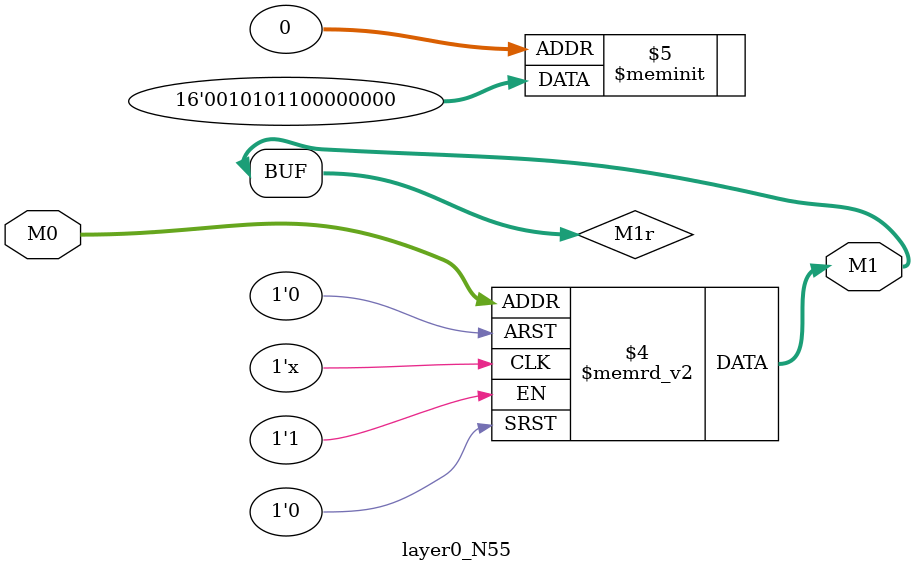
<source format=v>
module layer0_N55 ( input [2:0] M0, output [1:0] M1 );

	(*rom_style = "distributed" *) reg [1:0] M1r;
	assign M1 = M1r;
	always @ (M0) begin
		case (M0)
			3'b000: M1r = 2'b00;
			3'b100: M1r = 2'b11;
			3'b010: M1r = 2'b00;
			3'b110: M1r = 2'b10;
			3'b001: M1r = 2'b00;
			3'b101: M1r = 2'b10;
			3'b011: M1r = 2'b00;
			3'b111: M1r = 2'b00;

		endcase
	end
endmodule

</source>
